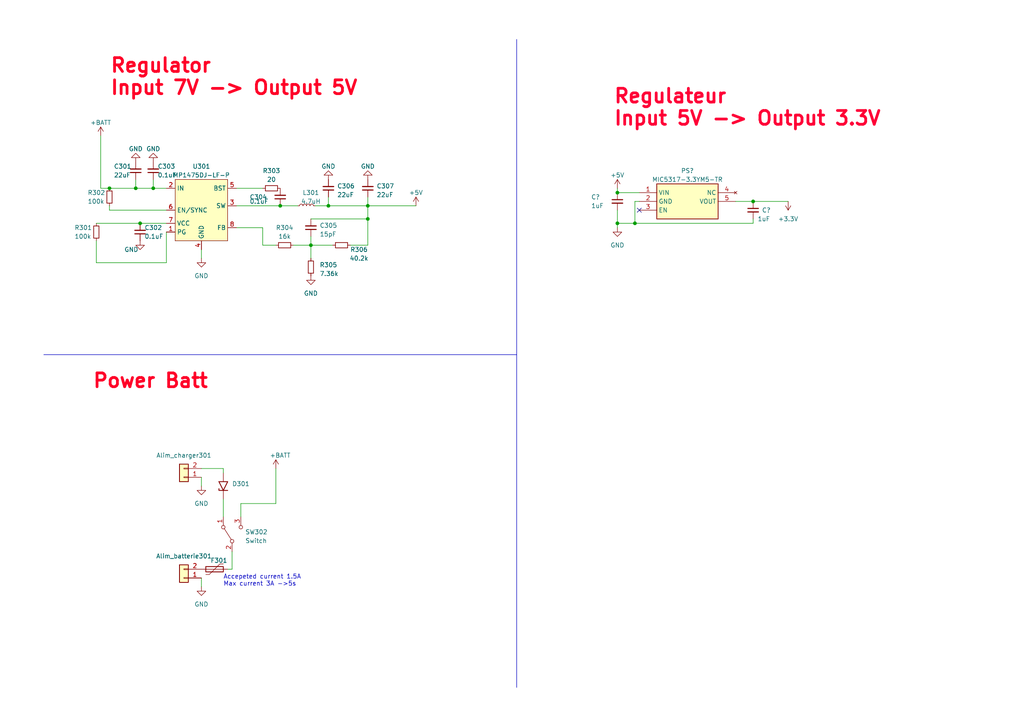
<source format=kicad_sch>
(kicad_sch (version 20230121) (generator eeschema)

  (uuid 79237d88-dc32-4501-8de9-db8429ff0930)

  (paper "A4")

  (title_block
    (title "Carte éléctronique Ludzinator")
    (date "2023-09-19")
    (rev "GILLES Baptiste")
  )

  (lib_symbols
    (symbol "Connector_Generic:Conn_01x02" (pin_names (offset 1.016) hide) (in_bom yes) (on_board yes)
      (property "Reference" "J" (at 0 2.54 0)
        (effects (font (size 1.27 1.27)))
      )
      (property "Value" "Conn_01x02" (at 0 -5.08 0)
        (effects (font (size 1.27 1.27)))
      )
      (property "Footprint" "" (at 0 0 0)
        (effects (font (size 1.27 1.27)) hide)
      )
      (property "Datasheet" "~" (at 0 0 0)
        (effects (font (size 1.27 1.27)) hide)
      )
      (property "ki_keywords" "connector" (at 0 0 0)
        (effects (font (size 1.27 1.27)) hide)
      )
      (property "ki_description" "Generic connector, single row, 01x02, script generated (kicad-library-utils/schlib/autogen/connector/)" (at 0 0 0)
        (effects (font (size 1.27 1.27)) hide)
      )
      (property "ki_fp_filters" "Connector*:*_1x??_*" (at 0 0 0)
        (effects (font (size 1.27 1.27)) hide)
      )
      (symbol "Conn_01x02_1_1"
        (rectangle (start -1.27 -2.413) (end 0 -2.667)
          (stroke (width 0.1524) (type default))
          (fill (type none))
        )
        (rectangle (start -1.27 0.127) (end 0 -0.127)
          (stroke (width 0.1524) (type default))
          (fill (type none))
        )
        (rectangle (start -1.27 1.27) (end 1.27 -3.81)
          (stroke (width 0.254) (type default))
          (fill (type background))
        )
        (pin passive line (at -5.08 0 0) (length 3.81)
          (name "Pin_1" (effects (font (size 1.27 1.27))))
          (number "1" (effects (font (size 1.27 1.27))))
        )
        (pin passive line (at -5.08 -2.54 0) (length 3.81)
          (name "Pin_2" (effects (font (size 1.27 1.27))))
          (number "2" (effects (font (size 1.27 1.27))))
        )
      )
    )
    (symbol "Device:C_Small" (pin_numbers hide) (pin_names (offset 0.254) hide) (in_bom yes) (on_board yes)
      (property "Reference" "C" (at 0.254 1.778 0)
        (effects (font (size 1.27 1.27)) (justify left))
      )
      (property "Value" "C_Small" (at 0.254 -2.032 0)
        (effects (font (size 1.27 1.27)) (justify left))
      )
      (property "Footprint" "" (at 0 0 0)
        (effects (font (size 1.27 1.27)) hide)
      )
      (property "Datasheet" "~" (at 0 0 0)
        (effects (font (size 1.27 1.27)) hide)
      )
      (property "ki_keywords" "capacitor cap" (at 0 0 0)
        (effects (font (size 1.27 1.27)) hide)
      )
      (property "ki_description" "Unpolarized capacitor, small symbol" (at 0 0 0)
        (effects (font (size 1.27 1.27)) hide)
      )
      (property "ki_fp_filters" "C_*" (at 0 0 0)
        (effects (font (size 1.27 1.27)) hide)
      )
      (symbol "C_Small_0_1"
        (polyline
          (pts
            (xy -1.524 -0.508)
            (xy 1.524 -0.508)
          )
          (stroke (width 0.3302) (type default))
          (fill (type none))
        )
        (polyline
          (pts
            (xy -1.524 0.508)
            (xy 1.524 0.508)
          )
          (stroke (width 0.3048) (type default))
          (fill (type none))
        )
      )
      (symbol "C_Small_1_1"
        (pin passive line (at 0 2.54 270) (length 2.032)
          (name "~" (effects (font (size 1.27 1.27))))
          (number "1" (effects (font (size 1.27 1.27))))
        )
        (pin passive line (at 0 -2.54 90) (length 2.032)
          (name "~" (effects (font (size 1.27 1.27))))
          (number "2" (effects (font (size 1.27 1.27))))
        )
      )
    )
    (symbol "Device:L_Small" (pin_numbers hide) (pin_names (offset 0.254) hide) (in_bom yes) (on_board yes)
      (property "Reference" "L" (at 0.762 1.016 0)
        (effects (font (size 1.27 1.27)) (justify left))
      )
      (property "Value" "L_Small" (at 0.762 -1.016 0)
        (effects (font (size 1.27 1.27)) (justify left))
      )
      (property "Footprint" "" (at 0 0 0)
        (effects (font (size 1.27 1.27)) hide)
      )
      (property "Datasheet" "~" (at 0 0 0)
        (effects (font (size 1.27 1.27)) hide)
      )
      (property "ki_keywords" "inductor choke coil reactor magnetic" (at 0 0 0)
        (effects (font (size 1.27 1.27)) hide)
      )
      (property "ki_description" "Inductor, small symbol" (at 0 0 0)
        (effects (font (size 1.27 1.27)) hide)
      )
      (property "ki_fp_filters" "Choke_* *Coil* Inductor_* L_*" (at 0 0 0)
        (effects (font (size 1.27 1.27)) hide)
      )
      (symbol "L_Small_0_1"
        (arc (start 0 -2.032) (mid 0.5058 -1.524) (end 0 -1.016)
          (stroke (width 0) (type default))
          (fill (type none))
        )
        (arc (start 0 -1.016) (mid 0.5058 -0.508) (end 0 0)
          (stroke (width 0) (type default))
          (fill (type none))
        )
        (arc (start 0 0) (mid 0.5058 0.508) (end 0 1.016)
          (stroke (width 0) (type default))
          (fill (type none))
        )
        (arc (start 0 1.016) (mid 0.5058 1.524) (end 0 2.032)
          (stroke (width 0) (type default))
          (fill (type none))
        )
      )
      (symbol "L_Small_1_1"
        (pin passive line (at 0 2.54 270) (length 0.508)
          (name "~" (effects (font (size 1.27 1.27))))
          (number "1" (effects (font (size 1.27 1.27))))
        )
        (pin passive line (at 0 -2.54 90) (length 0.508)
          (name "~" (effects (font (size 1.27 1.27))))
          (number "2" (effects (font (size 1.27 1.27))))
        )
      )
    )
    (symbol "Device:Polyfuse" (pin_numbers hide) (pin_names (offset 0)) (in_bom yes) (on_board yes)
      (property "Reference" "F" (at -2.54 0 90)
        (effects (font (size 1.27 1.27)))
      )
      (property "Value" "Polyfuse" (at 2.54 0 90)
        (effects (font (size 1.27 1.27)))
      )
      (property "Footprint" "" (at 1.27 -5.08 0)
        (effects (font (size 1.27 1.27)) (justify left) hide)
      )
      (property "Datasheet" "~" (at 0 0 0)
        (effects (font (size 1.27 1.27)) hide)
      )
      (property "ki_keywords" "resettable fuse PTC PPTC polyfuse polyswitch" (at 0 0 0)
        (effects (font (size 1.27 1.27)) hide)
      )
      (property "ki_description" "Resettable fuse, polymeric positive temperature coefficient" (at 0 0 0)
        (effects (font (size 1.27 1.27)) hide)
      )
      (property "ki_fp_filters" "*polyfuse* *PTC*" (at 0 0 0)
        (effects (font (size 1.27 1.27)) hide)
      )
      (symbol "Polyfuse_0_1"
        (rectangle (start -0.762 2.54) (end 0.762 -2.54)
          (stroke (width 0.254) (type default))
          (fill (type none))
        )
        (polyline
          (pts
            (xy 0 2.54)
            (xy 0 -2.54)
          )
          (stroke (width 0) (type default))
          (fill (type none))
        )
        (polyline
          (pts
            (xy -1.524 2.54)
            (xy -1.524 1.524)
            (xy 1.524 -1.524)
            (xy 1.524 -2.54)
          )
          (stroke (width 0) (type default))
          (fill (type none))
        )
      )
      (symbol "Polyfuse_1_1"
        (pin passive line (at 0 3.81 270) (length 1.27)
          (name "~" (effects (font (size 1.27 1.27))))
          (number "1" (effects (font (size 1.27 1.27))))
        )
        (pin passive line (at 0 -3.81 90) (length 1.27)
          (name "~" (effects (font (size 1.27 1.27))))
          (number "2" (effects (font (size 1.27 1.27))))
        )
      )
    )
    (symbol "Device:R_Small" (pin_numbers hide) (pin_names (offset 0.254) hide) (in_bom yes) (on_board yes)
      (property "Reference" "R" (at 0.762 0.508 0)
        (effects (font (size 1.27 1.27)) (justify left))
      )
      (property "Value" "R_Small" (at 0.762 -1.016 0)
        (effects (font (size 1.27 1.27)) (justify left))
      )
      (property "Footprint" "" (at 0 0 0)
        (effects (font (size 1.27 1.27)) hide)
      )
      (property "Datasheet" "~" (at 0 0 0)
        (effects (font (size 1.27 1.27)) hide)
      )
      (property "ki_keywords" "R resistor" (at 0 0 0)
        (effects (font (size 1.27 1.27)) hide)
      )
      (property "ki_description" "Resistor, small symbol" (at 0 0 0)
        (effects (font (size 1.27 1.27)) hide)
      )
      (property "ki_fp_filters" "R_*" (at 0 0 0)
        (effects (font (size 1.27 1.27)) hide)
      )
      (symbol "R_Small_0_1"
        (rectangle (start -0.762 1.778) (end 0.762 -1.778)
          (stroke (width 0.2032) (type default))
          (fill (type none))
        )
      )
      (symbol "R_Small_1_1"
        (pin passive line (at 0 2.54 270) (length 0.762)
          (name "~" (effects (font (size 1.27 1.27))))
          (number "1" (effects (font (size 1.27 1.27))))
        )
        (pin passive line (at 0 -2.54 90) (length 0.762)
          (name "~" (effects (font (size 1.27 1.27))))
          (number "2" (effects (font (size 1.27 1.27))))
        )
      )
    )
    (symbol "Diode:1.5KExxA" (pin_numbers hide) (pin_names (offset 1.016) hide) (in_bom yes) (on_board yes)
      (property "Reference" "D" (at 0 2.54 0)
        (effects (font (size 1.27 1.27)))
      )
      (property "Value" "1.5KExxA" (at 0 -2.54 0)
        (effects (font (size 1.27 1.27)))
      )
      (property "Footprint" "Diode_THT:D_DO-201AE_P15.24mm_Horizontal" (at 0 -5.08 0)
        (effects (font (size 1.27 1.27)) hide)
      )
      (property "Datasheet" "https://www.vishay.com/docs/88301/15ke.pdf" (at -1.27 0 0)
        (effects (font (size 1.27 1.27)) hide)
      )
      (property "ki_keywords" "diode TVS voltage suppressor" (at 0 0 0)
        (effects (font (size 1.27 1.27)) hide)
      )
      (property "ki_description" "1500W unidirectional TRANSZORB® Transient Voltage Suppressor, DO-201AE" (at 0 0 0)
        (effects (font (size 1.27 1.27)) hide)
      )
      (property "ki_fp_filters" "D?DO?201AE*" (at 0 0 0)
        (effects (font (size 1.27 1.27)) hide)
      )
      (symbol "1.5KExxA_0_1"
        (polyline
          (pts
            (xy -0.762 1.27)
            (xy -1.27 1.27)
            (xy -1.27 -1.27)
          )
          (stroke (width 0.254) (type default))
          (fill (type none))
        )
        (polyline
          (pts
            (xy 1.27 1.27)
            (xy 1.27 -1.27)
            (xy -1.27 0)
            (xy 1.27 1.27)
          )
          (stroke (width 0.254) (type default))
          (fill (type none))
        )
      )
      (symbol "1.5KExxA_1_1"
        (pin passive line (at -3.81 0 0) (length 2.54)
          (name "A1" (effects (font (size 1.27 1.27))))
          (number "1" (effects (font (size 1.27 1.27))))
        )
        (pin passive line (at 3.81 0 180) (length 2.54)
          (name "A2" (effects (font (size 1.27 1.27))))
          (number "2" (effects (font (size 1.27 1.27))))
        )
      )
    )
    (symbol "Ludzlib:MIC5317-3.3YM5-TR" (in_bom yes) (on_board yes)
      (property "Reference" "PS" (at 24.13 7.62 0)
        (effects (font (size 1.27 1.27)) (justify left top))
      )
      (property "Value" "MIC5317-3.3YM5-TR" (at 24.13 5.08 0)
        (effects (font (size 1.27 1.27)) (justify left top))
      )
      (property "Footprint" "SOT95P280X145-5N" (at 24.13 -94.92 0)
        (effects (font (size 1.27 1.27)) (justify left top) hide)
      )
      (property "Datasheet" "http://ww1.microchip.com/downloads/en/devicedoc/mic5317.pdf" (at 24.13 -194.92 0)
        (effects (font (size 1.27 1.27)) (justify left top) hide)
      )
      (property "Height" "1.45" (at 24.13 -394.92 0)
        (effects (font (size 1.27 1.27)) (justify left top) hide)
      )
      (property "Mouser Part Number" "998-MIC5317-3.3YM5TR" (at 24.13 -494.92 0)
        (effects (font (size 1.27 1.27)) (justify left top) hide)
      )
      (property "Mouser Price/Stock" "https://www.mouser.co.uk/ProductDetail/Microchip-Technology/MIC5317-3.3YM5-TR?qs=U6T8BxXiZAUR0BSg3XdMLw%3D%3D" (at 24.13 -594.92 0)
        (effects (font (size 1.27 1.27)) (justify left top) hide)
      )
      (property "Manufacturer_Name" "Microchip" (at 24.13 -694.92 0)
        (effects (font (size 1.27 1.27)) (justify left top) hide)
      )
      (property "Manufacturer_Part_Number" "MIC5317-3.3YM5-TR" (at 24.13 -794.92 0)
        (effects (font (size 1.27 1.27)) (justify left top) hide)
      )
      (property "ki_description" "MICROCHIP - MIC5317-3.3YM5-TR - LDO, FIXED, 3.3V, 0.15A, -40 TO 125DEG C" (at 0 0 0)
        (effects (font (size 1.27 1.27)) hide)
      )
      (symbol "MIC5317-3.3YM5-TR_1_1"
        (rectangle (start 5.08 2.54) (end 22.86 -7.62)
          (stroke (width 0.254) (type default))
          (fill (type background))
        )
        (pin passive line (at 0 0 0) (length 5.08)
          (name "VIN" (effects (font (size 1.27 1.27))))
          (number "1" (effects (font (size 1.27 1.27))))
        )
        (pin passive line (at 0 -2.54 0) (length 5.08)
          (name "GND" (effects (font (size 1.27 1.27))))
          (number "2" (effects (font (size 1.27 1.27))))
        )
        (pin passive line (at 0 -5.08 0) (length 5.08)
          (name "EN" (effects (font (size 1.27 1.27))))
          (number "3" (effects (font (size 1.27 1.27))))
        )
        (pin no_connect line (at 27.94 0 180) (length 5.08)
          (name "NC" (effects (font (size 1.27 1.27))))
          (number "4" (effects (font (size 1.27 1.27))))
        )
        (pin passive line (at 27.94 -2.54 180) (length 5.08)
          (name "VOUT" (effects (font (size 1.27 1.27))))
          (number "5" (effects (font (size 1.27 1.27))))
        )
      )
    )
    (symbol "Ludzlib:MP1475" (in_bom yes) (on_board yes)
      (property "Reference" "U" (at 5.08 3.81 0)
        (effects (font (size 1.27 1.27)))
      )
      (property "Value" "MP1475DJ-LF-P" (at 12.7 1.27 0)
        (effects (font (size 1.27 1.27)))
      )
      (property "Footprint" "" (at 0 0 0)
        (effects (font (size 1.27 1.27)) hide)
      )
      (property "Datasheet" "" (at 0 0 0)
        (effects (font (size 1.27 1.27)) hide)
      )
      (symbol "MP1475_0_1"
        (rectangle (start -1.27 0) (end 13.97 -17.78)
          (stroke (width 0) (type default))
          (fill (type background))
        )
      )
      (symbol "MP1475_1_1"
        (pin bidirectional line (at -3.81 -15.24 0) (length 2.54)
          (name "PG" (effects (font (size 1.27 1.27))))
          (number "1" (effects (font (size 1.27 1.27))))
        )
        (pin power_in line (at -3.81 -2.54 0) (length 2.54)
          (name "IN" (effects (font (size 1.27 1.27))))
          (number "2" (effects (font (size 1.27 1.27))))
        )
        (pin bidirectional line (at 16.51 -7.62 180) (length 2.54)
          (name "SW" (effects (font (size 1.27 1.27))))
          (number "3" (effects (font (size 1.27 1.27))))
        )
        (pin bidirectional line (at 6.35 -20.32 90) (length 2.54)
          (name "GND" (effects (font (size 1.27 1.27))))
          (number "4" (effects (font (size 1.27 1.27))))
        )
        (pin bidirectional line (at 16.51 -2.54 180) (length 2.54)
          (name "BST" (effects (font (size 1.27 1.27))))
          (number "5" (effects (font (size 1.27 1.27))))
        )
        (pin bidirectional line (at -3.81 -8.89 0) (length 2.54)
          (name "EN/SYNC" (effects (font (size 1.27 1.27))))
          (number "6" (effects (font (size 1.27 1.27))))
        )
        (pin bidirectional line (at -3.81 -12.7 0) (length 2.54)
          (name "VCC" (effects (font (size 1.27 1.27))))
          (number "7" (effects (font (size 1.27 1.27))))
        )
        (pin bidirectional line (at 16.51 -13.97 180) (length 2.54)
          (name "FB" (effects (font (size 1.27 1.27))))
          (number "8" (effects (font (size 1.27 1.27))))
        )
      )
    )
    (symbol "Switch:SW_SPDT" (pin_names (offset 0) hide) (in_bom yes) (on_board yes)
      (property "Reference" "SW" (at 0 4.318 0)
        (effects (font (size 1.27 1.27)))
      )
      (property "Value" "SW_SPDT" (at 0 -5.08 0)
        (effects (font (size 1.27 1.27)))
      )
      (property "Footprint" "" (at 0 0 0)
        (effects (font (size 1.27 1.27)) hide)
      )
      (property "Datasheet" "~" (at 0 0 0)
        (effects (font (size 1.27 1.27)) hide)
      )
      (property "ki_keywords" "switch single-pole double-throw spdt ON-ON" (at 0 0 0)
        (effects (font (size 1.27 1.27)) hide)
      )
      (property "ki_description" "Switch, single pole double throw" (at 0 0 0)
        (effects (font (size 1.27 1.27)) hide)
      )
      (symbol "SW_SPDT_0_0"
        (circle (center -2.032 0) (radius 0.508)
          (stroke (width 0) (type default))
          (fill (type none))
        )
        (circle (center 2.032 -2.54) (radius 0.508)
          (stroke (width 0) (type default))
          (fill (type none))
        )
      )
      (symbol "SW_SPDT_0_1"
        (polyline
          (pts
            (xy -1.524 0.254)
            (xy 1.651 2.286)
          )
          (stroke (width 0) (type default))
          (fill (type none))
        )
        (circle (center 2.032 2.54) (radius 0.508)
          (stroke (width 0) (type default))
          (fill (type none))
        )
      )
      (symbol "SW_SPDT_1_1"
        (pin passive line (at 5.08 2.54 180) (length 2.54)
          (name "A" (effects (font (size 1.27 1.27))))
          (number "1" (effects (font (size 1.27 1.27))))
        )
        (pin passive line (at -5.08 0 0) (length 2.54)
          (name "B" (effects (font (size 1.27 1.27))))
          (number "2" (effects (font (size 1.27 1.27))))
        )
        (pin passive line (at 5.08 -2.54 180) (length 2.54)
          (name "C" (effects (font (size 1.27 1.27))))
          (number "3" (effects (font (size 1.27 1.27))))
        )
      )
    )
    (symbol "power:+3.3V" (power) (pin_names (offset 0)) (in_bom yes) (on_board yes)
      (property "Reference" "#PWR" (at 0 -3.81 0)
        (effects (font (size 1.27 1.27)) hide)
      )
      (property "Value" "+3.3V" (at 0 3.556 0)
        (effects (font (size 1.27 1.27)))
      )
      (property "Footprint" "" (at 0 0 0)
        (effects (font (size 1.27 1.27)) hide)
      )
      (property "Datasheet" "" (at 0 0 0)
        (effects (font (size 1.27 1.27)) hide)
      )
      (property "ki_keywords" "global power" (at 0 0 0)
        (effects (font (size 1.27 1.27)) hide)
      )
      (property "ki_description" "Power symbol creates a global label with name \"+3.3V\"" (at 0 0 0)
        (effects (font (size 1.27 1.27)) hide)
      )
      (symbol "+3.3V_0_1"
        (polyline
          (pts
            (xy -0.762 1.27)
            (xy 0 2.54)
          )
          (stroke (width 0) (type default))
          (fill (type none))
        )
        (polyline
          (pts
            (xy 0 0)
            (xy 0 2.54)
          )
          (stroke (width 0) (type default))
          (fill (type none))
        )
        (polyline
          (pts
            (xy 0 2.54)
            (xy 0.762 1.27)
          )
          (stroke (width 0) (type default))
          (fill (type none))
        )
      )
      (symbol "+3.3V_1_1"
        (pin power_in line (at 0 0 90) (length 0) hide
          (name "+3.3V" (effects (font (size 1.27 1.27))))
          (number "1" (effects (font (size 1.27 1.27))))
        )
      )
    )
    (symbol "power:+5V" (power) (pin_names (offset 0)) (in_bom yes) (on_board yes)
      (property "Reference" "#PWR" (at 0 -3.81 0)
        (effects (font (size 1.27 1.27)) hide)
      )
      (property "Value" "+5V" (at 0 3.556 0)
        (effects (font (size 1.27 1.27)))
      )
      (property "Footprint" "" (at 0 0 0)
        (effects (font (size 1.27 1.27)) hide)
      )
      (property "Datasheet" "" (at 0 0 0)
        (effects (font (size 1.27 1.27)) hide)
      )
      (property "ki_keywords" "global power" (at 0 0 0)
        (effects (font (size 1.27 1.27)) hide)
      )
      (property "ki_description" "Power symbol creates a global label with name \"+5V\"" (at 0 0 0)
        (effects (font (size 1.27 1.27)) hide)
      )
      (symbol "+5V_0_1"
        (polyline
          (pts
            (xy -0.762 1.27)
            (xy 0 2.54)
          )
          (stroke (width 0) (type default))
          (fill (type none))
        )
        (polyline
          (pts
            (xy 0 0)
            (xy 0 2.54)
          )
          (stroke (width 0) (type default))
          (fill (type none))
        )
        (polyline
          (pts
            (xy 0 2.54)
            (xy 0.762 1.27)
          )
          (stroke (width 0) (type default))
          (fill (type none))
        )
      )
      (symbol "+5V_1_1"
        (pin power_in line (at 0 0 90) (length 0) hide
          (name "+5V" (effects (font (size 1.27 1.27))))
          (number "1" (effects (font (size 1.27 1.27))))
        )
      )
    )
    (symbol "power:+BATT" (power) (pin_names (offset 0)) (in_bom yes) (on_board yes)
      (property "Reference" "#PWR" (at 0 -3.81 0)
        (effects (font (size 1.27 1.27)) hide)
      )
      (property "Value" "+BATT" (at 0 3.556 0)
        (effects (font (size 1.27 1.27)))
      )
      (property "Footprint" "" (at 0 0 0)
        (effects (font (size 1.27 1.27)) hide)
      )
      (property "Datasheet" "" (at 0 0 0)
        (effects (font (size 1.27 1.27)) hide)
      )
      (property "ki_keywords" "global power battery" (at 0 0 0)
        (effects (font (size 1.27 1.27)) hide)
      )
      (property "ki_description" "Power symbol creates a global label with name \"+BATT\"" (at 0 0 0)
        (effects (font (size 1.27 1.27)) hide)
      )
      (symbol "+BATT_0_1"
        (polyline
          (pts
            (xy -0.762 1.27)
            (xy 0 2.54)
          )
          (stroke (width 0) (type default))
          (fill (type none))
        )
        (polyline
          (pts
            (xy 0 0)
            (xy 0 2.54)
          )
          (stroke (width 0) (type default))
          (fill (type none))
        )
        (polyline
          (pts
            (xy 0 2.54)
            (xy 0.762 1.27)
          )
          (stroke (width 0) (type default))
          (fill (type none))
        )
      )
      (symbol "+BATT_1_1"
        (pin power_in line (at 0 0 90) (length 0) hide
          (name "+BATT" (effects (font (size 1.27 1.27))))
          (number "1" (effects (font (size 1.27 1.27))))
        )
      )
    )
    (symbol "power:GND" (power) (pin_names (offset 0)) (in_bom yes) (on_board yes)
      (property "Reference" "#PWR" (at 0 -6.35 0)
        (effects (font (size 1.27 1.27)) hide)
      )
      (property "Value" "GND" (at 0 -3.81 0)
        (effects (font (size 1.27 1.27)))
      )
      (property "Footprint" "" (at 0 0 0)
        (effects (font (size 1.27 1.27)) hide)
      )
      (property "Datasheet" "" (at 0 0 0)
        (effects (font (size 1.27 1.27)) hide)
      )
      (property "ki_keywords" "global power" (at 0 0 0)
        (effects (font (size 1.27 1.27)) hide)
      )
      (property "ki_description" "Power symbol creates a global label with name \"GND\" , ground" (at 0 0 0)
        (effects (font (size 1.27 1.27)) hide)
      )
      (symbol "GND_0_1"
        (polyline
          (pts
            (xy 0 0)
            (xy 0 -1.27)
            (xy 1.27 -1.27)
            (xy 0 -2.54)
            (xy -1.27 -1.27)
            (xy 0 -1.27)
          )
          (stroke (width 0) (type default))
          (fill (type none))
        )
      )
      (symbol "GND_1_1"
        (pin power_in line (at 0 0 270) (length 0) hide
          (name "GND" (effects (font (size 1.27 1.27))))
          (number "1" (effects (font (size 1.27 1.27))))
        )
      )
    )
  )

  (junction (at 95.25 59.69) (diameter 0) (color 0 0 0 0)
    (uuid 056fde61-7cb9-48e4-86c8-912c44cdc8d6)
  )
  (junction (at 44.45 54.61) (diameter 0) (color 0 0 0 0)
    (uuid 06e6ebf3-3827-4cd7-8dd6-2f30c8908f56)
  )
  (junction (at 81.28 59.69) (diameter 0) (color 0 0 0 0)
    (uuid 1cff615a-3e43-4a11-8a9b-ec0d39cd94d6)
  )
  (junction (at 106.68 63.5) (diameter 0) (color 0 0 0 0)
    (uuid 22555b5e-8352-4e78-804b-f477a2ef501a)
  )
  (junction (at 39.37 54.61) (diameter 0) (color 0 0 0 0)
    (uuid 355a8da9-b0f1-44bc-8774-da4f530a9322)
  )
  (junction (at 179.07 55.88) (diameter 0) (color 0 0 0 0)
    (uuid 3ce37845-a596-43bb-bfdf-830dfc0e6b1f)
  )
  (junction (at 40.64 64.77) (diameter 0) (color 0 0 0 0)
    (uuid 48bab13b-d799-429d-9275-888dbcd91b2a)
  )
  (junction (at 31.75 54.61) (diameter 0) (color 0 0 0 0)
    (uuid 5cf41d97-eee6-4f84-83a1-98cadf4676fb)
  )
  (junction (at 179.07 64.77) (diameter 0) (color 0 0 0 0)
    (uuid 6265cf4a-6dcd-4a14-b8a5-5024ef8cd02f)
  )
  (junction (at 184.15 64.77) (diameter 0) (color 0 0 0 0)
    (uuid 8faafe9d-dcee-43c2-bc07-5262519579e9)
  )
  (junction (at 90.17 71.12) (diameter 0) (color 0 0 0 0)
    (uuid a2c88041-7e17-4f5b-bec6-9d166e7ec1e2)
  )
  (junction (at 218.44 58.42) (diameter 0) (color 0 0 0 0)
    (uuid c556acf5-320e-413a-a0db-66c091488fc1)
  )
  (junction (at 106.68 59.69) (diameter 0) (color 0 0 0 0)
    (uuid f4a947a4-92e4-4496-9c0c-e508d1e69960)
  )

  (no_connect (at 185.42 60.96) (uuid 009782a7-537a-4828-9d66-9d6e989b71bc))

  (wire (pts (xy 218.44 63.5) (xy 218.44 64.77))
    (stroke (width 0) (type default))
    (uuid 02a2abaa-a736-4289-8a87-aa3d6524edc1)
  )
  (wire (pts (xy 90.17 63.5) (xy 106.68 63.5))
    (stroke (width 0) (type default))
    (uuid 066363f7-a2ff-454f-95ea-1b9e48535aee)
  )
  (wire (pts (xy 76.2 71.12) (xy 80.01 71.12))
    (stroke (width 0) (type default))
    (uuid 10034d32-8eed-462a-b6ac-c4b8095a00dd)
  )
  (wire (pts (xy 68.58 59.69) (xy 81.28 59.69))
    (stroke (width 0) (type default))
    (uuid 17afe190-594b-4046-a3a8-1e22debc8924)
  )
  (wire (pts (xy 81.28 59.69) (xy 86.36 59.69))
    (stroke (width 0) (type default))
    (uuid 17d063f4-6cd0-4d2c-a293-b8a91116eeeb)
  )
  (wire (pts (xy 40.64 64.77) (xy 48.26 64.77))
    (stroke (width 0) (type default))
    (uuid 17d0a323-e1c6-4d29-8fa3-90f8f9c8a689)
  )
  (wire (pts (xy 95.25 59.69) (xy 95.25 57.15))
    (stroke (width 0) (type default))
    (uuid 18261768-8d0d-40cd-9a47-a4ff39c9b4c8)
  )
  (wire (pts (xy 68.58 66.04) (xy 76.2 66.04))
    (stroke (width 0) (type default))
    (uuid 1b3157b1-49d2-4b1f-ae65-f1baede023d1)
  )
  (wire (pts (xy 179.07 60.96) (xy 179.07 64.77))
    (stroke (width 0) (type default))
    (uuid 1f440135-3a58-4796-a581-02ae4628019e)
  )
  (wire (pts (xy 90.17 71.12) (xy 90.17 74.93))
    (stroke (width 0) (type default))
    (uuid 23e189d3-c8c4-431c-9fe0-92396d338ea4)
  )
  (wire (pts (xy 218.44 58.42) (xy 228.6 58.42))
    (stroke (width 0) (type default))
    (uuid 33de2e9d-a9e9-4d4e-b566-75dee8660653)
  )
  (wire (pts (xy 179.07 64.77) (xy 179.07 66.04))
    (stroke (width 0) (type default))
    (uuid 42431173-fd56-45c9-adb6-e28023d33138)
  )
  (wire (pts (xy 91.44 59.69) (xy 95.25 59.69))
    (stroke (width 0) (type default))
    (uuid 4335598f-080e-40bd-b634-3742bc0f9c8f)
  )
  (wire (pts (xy 106.68 71.12) (xy 106.68 63.5))
    (stroke (width 0) (type default))
    (uuid 43dd5122-e574-49e0-b015-bb79db800ff6)
  )
  (wire (pts (xy 179.07 54.61) (xy 179.07 55.88))
    (stroke (width 0) (type default))
    (uuid 46097774-71ca-4b31-902f-41d546bfaf06)
  )
  (wire (pts (xy 44.45 54.61) (xy 48.26 54.61))
    (stroke (width 0) (type default))
    (uuid 483a9806-70aa-4488-bc5d-3e10f3e91357)
  )
  (wire (pts (xy 27.94 69.85) (xy 27.94 76.2))
    (stroke (width 0) (type default))
    (uuid 48872bab-a2c8-4166-891e-3bd3644b506a)
  )
  (wire (pts (xy 185.42 55.88) (xy 179.07 55.88))
    (stroke (width 0) (type default))
    (uuid 54af4656-f26c-4933-b769-ba0a1de89bc9)
  )
  (wire (pts (xy 106.68 59.69) (xy 95.25 59.69))
    (stroke (width 0) (type default))
    (uuid 553e5439-d805-4818-a70a-7b2f8c5b9280)
  )
  (wire (pts (xy 101.6 71.12) (xy 106.68 71.12))
    (stroke (width 0) (type default))
    (uuid 58e690c6-8724-495a-84b9-71c07da0223e)
  )
  (wire (pts (xy 80.01 135.89) (xy 80.01 146.05))
    (stroke (width 0) (type default))
    (uuid 5afc8de7-9e3a-4ee5-a3d2-9d84f68e4a52)
  )
  (wire (pts (xy 39.37 52.07) (xy 39.37 54.61))
    (stroke (width 0) (type default))
    (uuid 5b10e71a-96d9-4437-99c7-c571b27ec558)
  )
  (wire (pts (xy 39.37 54.61) (xy 44.45 54.61))
    (stroke (width 0) (type default))
    (uuid 5ca4f9eb-cdc7-4071-8670-fb04a1ce5a66)
  )
  (wire (pts (xy 90.17 71.12) (xy 96.52 71.12))
    (stroke (width 0) (type default))
    (uuid 69ee1c04-487c-41c9-b545-96f4b591384f)
  )
  (wire (pts (xy 106.68 63.5) (xy 106.68 59.69))
    (stroke (width 0) (type default))
    (uuid 69fb2a2d-470f-44cc-9940-7f2fe3cacf5a)
  )
  (polyline (pts (xy 149.86 11.43) (xy 149.86 102.87))
    (stroke (width 0) (type default))
    (uuid 6aab082e-bb55-45b1-b7cf-3eec95bca265)
  )

  (wire (pts (xy 213.36 58.42) (xy 218.44 58.42))
    (stroke (width 0) (type default))
    (uuid 72edab94-0db2-48ac-9dd5-b372d1b77bb6)
  )
  (wire (pts (xy 64.77 149.86) (xy 64.77 144.78))
    (stroke (width 0) (type default))
    (uuid 75dca6d0-24e0-4ede-aaa0-918d77e3780b)
  )
  (wire (pts (xy 66.04 165.1) (xy 67.31 165.1))
    (stroke (width 0) (type default))
    (uuid 7eeffc2d-3c95-415e-86cc-a3dcbcb2cebc)
  )
  (wire (pts (xy 29.21 39.37) (xy 29.21 54.61))
    (stroke (width 0) (type default))
    (uuid 80d3bb26-35d1-4201-a2ac-221aa736cfcd)
  )
  (wire (pts (xy 44.45 52.07) (xy 44.45 54.61))
    (stroke (width 0) (type default))
    (uuid 84dde281-b373-4fa5-8d10-1e01f355a0f6)
  )
  (wire (pts (xy 58.42 138.43) (xy 58.42 140.97))
    (stroke (width 0) (type default))
    (uuid 90403511-8182-4413-a0b5-c55184593f48)
  )
  (wire (pts (xy 69.85 149.86) (xy 69.85 146.05))
    (stroke (width 0) (type default))
    (uuid 91fd94cd-f3cb-40b7-8a38-7bf8b6bf9cd7)
  )
  (wire (pts (xy 31.75 59.69) (xy 31.75 60.96))
    (stroke (width 0) (type default))
    (uuid 9597f427-199c-41f8-99a8-6ea789700eab)
  )
  (wire (pts (xy 31.75 60.96) (xy 48.26 60.96))
    (stroke (width 0) (type default))
    (uuid 9ee0632f-57d2-4155-a026-d8f1c40d6018)
  )
  (wire (pts (xy 27.94 64.77) (xy 40.64 64.77))
    (stroke (width 0) (type default))
    (uuid 9fa7e96d-5986-456e-813a-ae4dfea83048)
  )
  (wire (pts (xy 31.75 54.61) (xy 39.37 54.61))
    (stroke (width 0) (type default))
    (uuid a8c344b1-963c-4250-869c-1568cf3faf09)
  )
  (wire (pts (xy 184.15 58.42) (xy 184.15 64.77))
    (stroke (width 0) (type default))
    (uuid ae38edd6-7ed8-4745-ba51-827ddb55619b)
  )
  (polyline (pts (xy 149.86 102.87) (xy 149.86 199.39))
    (stroke (width 0) (type default))
    (uuid b42df981-fde3-4375-bed4-9398e4668c5d)
  )

  (wire (pts (xy 185.42 58.42) (xy 184.15 58.42))
    (stroke (width 0) (type default))
    (uuid b4a90cf6-cfbd-4ee9-aca4-701d1001aa69)
  )
  (wire (pts (xy 58.42 135.89) (xy 64.77 135.89))
    (stroke (width 0) (type default))
    (uuid ba8ba93b-20b8-4597-81c9-66409cb7e889)
  )
  (wire (pts (xy 85.09 71.12) (xy 90.17 71.12))
    (stroke (width 0) (type default))
    (uuid bb0234db-54cc-486a-842c-9fe01eecd8c2)
  )
  (wire (pts (xy 184.15 64.77) (xy 179.07 64.77))
    (stroke (width 0) (type default))
    (uuid c17e9650-e908-4d00-8bdf-65e13d8fa763)
  )
  (wire (pts (xy 27.94 76.2) (xy 48.26 76.2))
    (stroke (width 0) (type default))
    (uuid c2f199af-c21c-4793-b399-baecfed092dd)
  )
  (wire (pts (xy 184.15 64.77) (xy 218.44 64.77))
    (stroke (width 0) (type default))
    (uuid c54b0614-505c-4585-b2d4-b0f648faf0f2)
  )
  (wire (pts (xy 68.58 54.61) (xy 76.2 54.61))
    (stroke (width 0) (type default))
    (uuid c68ccf88-2615-4502-92b7-362512413afd)
  )
  (wire (pts (xy 76.2 66.04) (xy 76.2 71.12))
    (stroke (width 0) (type default))
    (uuid cb10650b-0be3-4af0-a375-8e027979c714)
  )
  (polyline (pts (xy 12.7 102.87) (xy 149.86 102.87))
    (stroke (width 0) (type default))
    (uuid d0a00348-cbf0-40e1-96b6-7c56c7931c5c)
  )

  (wire (pts (xy 69.85 146.05) (xy 80.01 146.05))
    (stroke (width 0) (type default))
    (uuid d8ab6d03-a026-4c93-af20-4a8179ea6200)
  )
  (wire (pts (xy 64.77 135.89) (xy 64.77 137.16))
    (stroke (width 0) (type default))
    (uuid dcb131da-8255-4341-9ca1-8af699612e7a)
  )
  (wire (pts (xy 90.17 68.58) (xy 90.17 71.12))
    (stroke (width 0) (type default))
    (uuid e1abcf53-8e6e-402c-b5d2-f6d9f4a996d7)
  )
  (wire (pts (xy 106.68 57.15) (xy 106.68 59.69))
    (stroke (width 0) (type default))
    (uuid e222a005-bbbf-47e1-8d7e-698bcfef08ce)
  )
  (wire (pts (xy 58.42 72.39) (xy 58.42 74.93))
    (stroke (width 0) (type default))
    (uuid e7f5e7e1-ba2c-413d-a2b4-c04ca4c07656)
  )
  (wire (pts (xy 106.68 59.69) (xy 120.65 59.69))
    (stroke (width 0) (type default))
    (uuid efe436e1-7bc4-4bbd-9237-5a525beb5191)
  )
  (wire (pts (xy 29.21 54.61) (xy 31.75 54.61))
    (stroke (width 0) (type default))
    (uuid f00a5c9a-9cab-444c-8880-73776b44e647)
  )
  (wire (pts (xy 67.31 160.02) (xy 67.31 165.1))
    (stroke (width 0) (type default))
    (uuid f3b5f151-c459-4fc9-ad3e-8447d5e47cd3)
  )
  (wire (pts (xy 48.26 67.31) (xy 48.26 76.2))
    (stroke (width 0) (type default))
    (uuid f598b922-d4d9-48dc-b4aa-86766fb32fd0)
  )
  (wire (pts (xy 58.42 167.64) (xy 58.42 170.18))
    (stroke (width 0) (type default))
    (uuid f9040eaa-253e-4565-8b76-942de3311ff3)
  )

  (text "Regulator \nInput 7V -> Output 5V" (at 31.75 27.94 0)
    (effects (font (size 4 4) (thickness 0.8) bold (color 255 0 34 1)) (justify left bottom))
    (uuid 57dc2bca-c729-4b0c-98cc-cdca2e551117)
  )
  (text "Power Batt\n\n" (at 26.67 119.38 0)
    (effects (font (size 4 4) (thickness 0.8) bold (color 255 0 34 1)) (justify left bottom))
    (uuid b208fe41-6b1d-4525-bac0-c08736de3a2c)
  )
  (text "Regulateur \nInput 5V -> Output 3.3V\n" (at 177.8 36.83 0)
    (effects (font (size 4 4) bold (color 255 0 48 1)) (justify left bottom))
    (uuid d808cce0-8b85-4b3c-a6b8-01dd8eafdb72)
  )
  (text "Accepeted current 1.5A \nMax current 3A ->5s" (at 64.77 170.18 0)
    (effects (font (size 1.27 1.27)) (justify left bottom))
    (uuid e9526f5f-98f9-406a-9620-22f6744cf58c)
  )

  (symbol (lib_id "power:GND") (at 58.42 170.18 0) (unit 1)
    (in_bom yes) (on_board yes) (dnp no) (fields_autoplaced)
    (uuid 06dc8a45-57a7-45c0-9e36-76a8f4830ec1)
    (property "Reference" "#PWR0307" (at 58.42 176.53 0)
      (effects (font (size 1.27 1.27)) hide)
    )
    (property "Value" "GND" (at 58.42 175.26 0)
      (effects (font (size 1.27 1.27)))
    )
    (property "Footprint" "" (at 58.42 170.18 0)
      (effects (font (size 1.27 1.27)) hide)
    )
    (property "Datasheet" "" (at 58.42 170.18 0)
      (effects (font (size 1.27 1.27)) hide)
    )
    (pin "1" (uuid 4edd2ad0-07f3-4d09-bf82-e15f6c9eb605))
    (instances
      (project "Kyttiludzinator"
        (path "/ae6948d5-1dc0-45d1-b607-44e44d4b2b44/a7615b68-eaec-40b2-84b5-a1a21f69b043"
          (reference "#PWR0307") (unit 1)
        )
      )
    )
  )

  (symbol (lib_id "Device:C_Small") (at 95.25 54.61 180) (unit 1)
    (in_bom yes) (on_board yes) (dnp no) (fields_autoplaced)
    (uuid 09e48191-3976-472f-8bd3-9e490b62c197)
    (property "Reference" "C306" (at 97.79 53.9686 0)
      (effects (font (size 1.27 1.27)) (justify right))
    )
    (property "Value" "22uF" (at 97.79 56.5086 0)
      (effects (font (size 1.27 1.27)) (justify right))
    )
    (property "Footprint" "Capacitor_SMD:C_0603_1608Metric_Pad1.08x0.95mm_HandSolder" (at 95.25 54.61 0)
      (effects (font (size 1.27 1.27)) hide)
    )
    (property "Datasheet" "~" (at 95.25 54.61 0)
      (effects (font (size 1.27 1.27)) hide)
    )
    (pin "1" (uuid 87ed5a67-a347-4d86-9b23-2087eecf8d21))
    (pin "2" (uuid d77e2565-acf3-47bb-bc44-58cc2b5df874))
    (instances
      (project "Kyttiludzinator"
        (path "/ae6948d5-1dc0-45d1-b607-44e44d4b2b44/a7615b68-eaec-40b2-84b5-a1a21f69b043"
          (reference "C306") (unit 1)
        )
      )
    )
  )

  (symbol (lib_id "power:GND") (at 106.68 52.07 180) (unit 1)
    (in_bom yes) (on_board yes) (dnp no) (fields_autoplaced)
    (uuid 0f02b862-3126-41be-8118-a50b08242e1a)
    (property "Reference" "#PWR0311" (at 106.68 45.72 0)
      (effects (font (size 1.27 1.27)) hide)
    )
    (property "Value" "GND" (at 106.68 48.26 0)
      (effects (font (size 1.27 1.27)))
    )
    (property "Footprint" "" (at 106.68 52.07 0)
      (effects (font (size 1.27 1.27)) hide)
    )
    (property "Datasheet" "" (at 106.68 52.07 0)
      (effects (font (size 1.27 1.27)) hide)
    )
    (pin "1" (uuid 749a40d9-963e-41aa-9e90-af84bc4683f5))
    (instances
      (project "Kyttiludzinator"
        (path "/ae6948d5-1dc0-45d1-b607-44e44d4b2b44/a7615b68-eaec-40b2-84b5-a1a21f69b043"
          (reference "#PWR0311") (unit 1)
        )
      )
    )
  )

  (symbol (lib_id "Device:Polyfuse") (at 62.23 165.1 90) (unit 1)
    (in_bom yes) (on_board yes) (dnp no)
    (uuid 0f53fcd9-2f0d-4907-a608-2d589629ddb4)
    (property "Reference" "F301" (at 63.5 162.56 90)
      (effects (font (size 1.27 1.27)))
    )
    (property "Value" "Polyfuse" (at 62.23 162.56 90)
      (effects (font (size 1.27 1.27)) hide)
    )
    (property "Footprint" "Fuse:Fuse_1206_3216Metric" (at 67.31 163.83 0)
      (effects (font (size 1.27 1.27)) (justify left) hide)
    )
    (property "Datasheet" "~https://www.mouser.fr/datasheet/2/54/bourns_01242019_MF-NSML-X_datasheet-1525501.pdf" (at 62.23 165.1 0)
      (effects (font (size 1.27 1.27)) hide)
    )
    (property "Height" "1206" (at 62.23 165.1 0)
      (effects (font (size 1.27 1.27)) hide)
    )
    (property "Manufacturer_Name" "Boums" (at 62.23 165.1 0)
      (effects (font (size 1.27 1.27)) hide)
    )
    (property "Mouser Part Number" " 652-MF-NSML150/12-2 " (at 62.23 165.1 0)
      (effects (font (size 1.27 1.27)) hide)
    )
    (property "Mouser Price/Stock" "https://www.mouser.fr/ProductDetail/Bourns/MF-NSML150-12-2?qs=u16ybLDytRbC4VJhanaq7A%3D%3D" (at 62.23 165.1 0)
      (effects (font (size 1.27 1.27)) hide)
    )
    (pin "1" (uuid ef9e8f3a-814c-4a72-8217-5c447b8f749b))
    (pin "2" (uuid 4b4b9bcd-f2e1-4547-80c9-f5ce2c54baa5))
    (instances
      (project "Kyttiludzinator"
        (path "/ae6948d5-1dc0-45d1-b607-44e44d4b2b44/a7615b68-eaec-40b2-84b5-a1a21f69b043"
          (reference "F301") (unit 1)
        )
      )
    )
  )

  (symbol (lib_id "Connector_Generic:Conn_01x02") (at 53.34 167.64 180) (unit 1)
    (in_bom yes) (on_board yes) (dnp no)
    (uuid 12a5c0e1-91a9-4bca-8dab-bbfff5ba39c7)
    (property "Reference" "Alim_batterie301" (at 53.34 161.29 0)
      (effects (font (size 1.27 1.27)))
    )
    (property "Value" "Conn_01x02" (at 53.34 162.56 0)
      (effects (font (size 1.27 1.27)) hide)
    )
    (property "Footprint" "Connector_JST:JST_XH_B2B-XH-A_1x02_P2.50mm_Vertical" (at 53.34 167.64 0)
      (effects (font (size 1.27 1.27)) hide)
    )
    (property "Datasheet" "~" (at 53.34 167.64 0)
      (effects (font (size 1.27 1.27)) hide)
    )
    (pin "1" (uuid fe921a1b-a6b6-4fbe-9464-44955cc2c9ce))
    (pin "2" (uuid 99701223-7c54-407c-bbff-b981145992e6))
    (instances
      (project "Kyttiludzinator"
        (path "/ae6948d5-1dc0-45d1-b607-44e44d4b2b44/a7615b68-eaec-40b2-84b5-a1a21f69b043"
          (reference "Alim_batterie301") (unit 1)
        )
      )
    )
  )

  (symbol (lib_id "Device:C_Small") (at 179.07 58.42 0) (unit 1)
    (in_bom yes) (on_board yes) (dnp no)
    (uuid 2a85447c-0221-4b4d-a5c8-4f8a2aa15a3e)
    (property "Reference" "C?" (at 171.45 57.15 0)
      (effects (font (size 1.27 1.27)) (justify left))
    )
    (property "Value" "1uF" (at 171.45 59.69 0)
      (effects (font (size 1.27 1.27)) (justify left))
    )
    (property "Footprint" "Capacitor_SMD:C_0603_1608Metric_Pad1.08x0.95mm_HandSolder" (at 179.07 58.42 0)
      (effects (font (size 1.27 1.27)) hide)
    )
    (property "Datasheet" "~" (at 179.07 58.42 0)
      (effects (font (size 1.27 1.27)) hide)
    )
    (pin "1" (uuid 6092f716-bd33-4863-8850-1fd8ddbae476))
    (pin "2" (uuid 790fb2ba-6a58-4815-84f2-eb25809467d6))
    (instances
      (project "Kyttiludzinator"
        (path "/ae6948d5-1dc0-45d1-b607-44e44d4b2b44/71528f02-33a0-49c9-abcb-9007a031c95a"
          (reference "C?") (unit 1)
        )
        (path "/ae6948d5-1dc0-45d1-b607-44e44d4b2b44/a7615b68-eaec-40b2-84b5-a1a21f69b043"
          (reference "C308") (unit 1)
        )
      )
    )
  )

  (symbol (lib_id "power:GND") (at 58.42 140.97 0) (unit 1)
    (in_bom yes) (on_board yes) (dnp no) (fields_autoplaced)
    (uuid 2d2140b0-6035-4906-a211-0ab3ebe59cf0)
    (property "Reference" "#PWR0306" (at 58.42 147.32 0)
      (effects (font (size 1.27 1.27)) hide)
    )
    (property "Value" "GND" (at 58.42 146.05 0)
      (effects (font (size 1.27 1.27)))
    )
    (property "Footprint" "" (at 58.42 140.97 0)
      (effects (font (size 1.27 1.27)) hide)
    )
    (property "Datasheet" "" (at 58.42 140.97 0)
      (effects (font (size 1.27 1.27)) hide)
    )
    (pin "1" (uuid cefc5280-1c61-4f4f-9552-729f0df5d356))
    (instances
      (project "Kyttiludzinator"
        (path "/ae6948d5-1dc0-45d1-b607-44e44d4b2b44/a7615b68-eaec-40b2-84b5-a1a21f69b043"
          (reference "#PWR0306") (unit 1)
        )
      )
    )
  )

  (symbol (lib_id "Switch:SW_SPDT") (at 67.31 154.94 90) (unit 1)
    (in_bom yes) (on_board yes) (dnp no) (fields_autoplaced)
    (uuid 3611dd19-5426-468f-9177-e30423a74214)
    (property "Reference" "SW302" (at 71.12 154.305 90)
      (effects (font (size 1.27 1.27)) (justify right))
    )
    (property "Value" "Switch" (at 71.12 156.845 90)
      (effects (font (size 1.27 1.27)) (justify right))
    )
    (property "Footprint" "Library:Switch-3" (at 67.31 154.94 0)
      (effects (font (size 1.27 1.27)) hide)
    )
    (property "Datasheet" "https://www.we-online.com/en/components/products/WS-TOTV_635_CUT_OUT_VERT_OPERATION?sq=472123010111#472123010111" (at 67.31 154.94 0)
      (effects (font (size 1.27 1.27)) hide)
    )
    (property "Manufacturer_Name" "Wurth" (at 67.31 154.94 0)
      (effects (font (size 1.27 1.27)) hide)
    )
    (property "Manufacturer_Part_Number" "WS-TOTV Ø 6.35mm" (at 67.31 154.94 0)
      (effects (font (size 1.27 1.27)) hide)
    )
    (property "Mouser Part Number" "1333652" (at 67.31 154.94 0)
      (effects (font (size 1.27 1.27)) hide)
    )
    (pin "1" (uuid 6aac7c89-d8b2-4851-9fd1-95e644e6511c))
    (pin "2" (uuid e8de7cf1-c4a6-4226-b884-4729d564b2ba))
    (pin "3" (uuid f96eec77-c2c8-4b54-9eeb-a6e845c48474))
    (instances
      (project "Kyttiludzinator"
        (path "/ae6948d5-1dc0-45d1-b607-44e44d4b2b44/a7615b68-eaec-40b2-84b5-a1a21f69b043"
          (reference "SW302") (unit 1)
        )
      )
    )
  )

  (symbol (lib_id "Device:R_Small") (at 27.94 67.31 180) (unit 1)
    (in_bom yes) (on_board yes) (dnp no)
    (uuid 407837c5-efc6-4062-9048-cdf0198c4aca)
    (property "Reference" "R301" (at 21.59 66.04 0)
      (effects (font (size 1.27 1.27)) (justify right))
    )
    (property "Value" "100k" (at 21.59 68.58 0)
      (effects (font (size 1.27 1.27)) (justify right))
    )
    (property "Footprint" "Resistor_SMD:R_0603_1608Metric_Pad0.98x0.95mm_HandSolder" (at 27.94 67.31 0)
      (effects (font (size 1.27 1.27)) hide)
    )
    (property "Datasheet" "~" (at 27.94 67.31 0)
      (effects (font (size 1.27 1.27)) hide)
    )
    (property "Height" "0603" (at 27.94 67.31 0)
      (effects (font (size 1.27 1.27)) hide)
    )
    (pin "1" (uuid e599eafa-78da-4105-baf3-ac94f307cf8a))
    (pin "2" (uuid 1eecb32e-9fff-413d-b981-6332ab1b36f5))
    (instances
      (project "Kyttiludzinator"
        (path "/ae6948d5-1dc0-45d1-b607-44e44d4b2b44/a7615b68-eaec-40b2-84b5-a1a21f69b043"
          (reference "R301") (unit 1)
        )
      )
    )
  )

  (symbol (lib_id "power:+5V") (at 179.07 54.61 0) (unit 1)
    (in_bom yes) (on_board yes) (dnp no) (fields_autoplaced)
    (uuid 43c09e2e-9db8-40a0-b67b-a0bee89ad418)
    (property "Reference" "#PWR?" (at 179.07 58.42 0)
      (effects (font (size 1.27 1.27)) hide)
    )
    (property "Value" "+5V" (at 179.07 50.8 0)
      (effects (font (size 1.27 1.27)))
    )
    (property "Footprint" "" (at 179.07 54.61 0)
      (effects (font (size 1.27 1.27)) hide)
    )
    (property "Datasheet" "" (at 179.07 54.61 0)
      (effects (font (size 1.27 1.27)) hide)
    )
    (pin "1" (uuid faa6d91b-5ddc-4b0a-a02a-08a39f7cb1ed))
    (instances
      (project "Kyttiludzinator"
        (path "/ae6948d5-1dc0-45d1-b607-44e44d4b2b44/71528f02-33a0-49c9-abcb-9007a031c95a"
          (reference "#PWR?") (unit 1)
        )
        (path "/ae6948d5-1dc0-45d1-b607-44e44d4b2b44/a7615b68-eaec-40b2-84b5-a1a21f69b043"
          (reference "#PWR0313") (unit 1)
        )
      )
    )
  )

  (symbol (lib_id "power:GND") (at 44.45 46.99 180) (unit 1)
    (in_bom yes) (on_board yes) (dnp no) (fields_autoplaced)
    (uuid 440dfade-13aa-4bb3-939e-48a873cdb40e)
    (property "Reference" "#PWR0304" (at 44.45 40.64 0)
      (effects (font (size 1.27 1.27)) hide)
    )
    (property "Value" "GND" (at 44.45 43.18 0)
      (effects (font (size 1.27 1.27)))
    )
    (property "Footprint" "" (at 44.45 46.99 0)
      (effects (font (size 1.27 1.27)) hide)
    )
    (property "Datasheet" "" (at 44.45 46.99 0)
      (effects (font (size 1.27 1.27)) hide)
    )
    (pin "1" (uuid 61fe8e9e-6ab4-4c55-8281-6f14f87ae4c0))
    (instances
      (project "Kyttiludzinator"
        (path "/ae6948d5-1dc0-45d1-b607-44e44d4b2b44/a7615b68-eaec-40b2-84b5-a1a21f69b043"
          (reference "#PWR0304") (unit 1)
        )
      )
    )
  )

  (symbol (lib_id "power:+BATT") (at 80.01 135.89 0) (unit 1)
    (in_bom yes) (on_board yes) (dnp no)
    (uuid 45d07f9e-9c04-46ce-8336-8694c4613a07)
    (property "Reference" "#PWR?" (at 80.01 139.7 0)
      (effects (font (size 1.27 1.27)) hide)
    )
    (property "Value" "+BATT" (at 81.28 132.08 0)
      (effects (font (size 1.27 1.27)))
    )
    (property "Footprint" "" (at 80.01 135.89 0)
      (effects (font (size 1.27 1.27)) hide)
    )
    (property "Datasheet" "" (at 80.01 135.89 0)
      (effects (font (size 1.27 1.27)) hide)
    )
    (pin "1" (uuid 8aa96ed0-b424-4367-b898-b0eb6ae1ff2b))
    (instances
      (project "MoteurProjet"
        (path "/955f48a8-b6e3-44c8-aaca-9d5346c5324e"
          (reference "#PWR?") (unit 1)
        )
      )
      (project "Kyttiludzinator"
        (path "/ae6948d5-1dc0-45d1-b607-44e44d4b2b44/29ef3ad0-9a27-4625-86ca-e3237d209475"
          (reference "#PWR?") (unit 1)
        )
        (path "/ae6948d5-1dc0-45d1-b607-44e44d4b2b44/a7615b68-eaec-40b2-84b5-a1a21f69b043"
          (reference "#PWR0308") (unit 1)
        )
      )
    )
  )

  (symbol (lib_id "Device:C_Small") (at 39.37 49.53 180) (unit 1)
    (in_bom yes) (on_board yes) (dnp no)
    (uuid 46a258f4-7dd8-4543-9313-fd160d1334cb)
    (property "Reference" "C301" (at 33.02 48.26 0)
      (effects (font (size 1.27 1.27)) (justify right))
    )
    (property "Value" "22uF" (at 33.02 50.8 0)
      (effects (font (size 1.27 1.27)) (justify right))
    )
    (property "Footprint" "Capacitor_SMD:C_0603_1608Metric_Pad1.08x0.95mm_HandSolder" (at 39.37 49.53 0)
      (effects (font (size 1.27 1.27)) hide)
    )
    (property "Datasheet" "~" (at 39.37 49.53 0)
      (effects (font (size 1.27 1.27)) hide)
    )
    (pin "1" (uuid db6bbd85-b2b1-4d0e-9d5a-8dbb1d51bf74))
    (pin "2" (uuid f2b4f6a6-b726-428c-992a-58ca177b61e7))
    (instances
      (project "Kyttiludzinator"
        (path "/ae6948d5-1dc0-45d1-b607-44e44d4b2b44/a7615b68-eaec-40b2-84b5-a1a21f69b043"
          (reference "C301") (unit 1)
        )
      )
    )
  )

  (symbol (lib_id "Device:C_Small") (at 44.45 49.53 180) (unit 1)
    (in_bom yes) (on_board yes) (dnp no)
    (uuid 537e20f1-92b4-4d7e-87bd-d5697ee77ce3)
    (property "Reference" "C303" (at 45.72 48.26 0)
      (effects (font (size 1.27 1.27)) (justify right))
    )
    (property "Value" "0.1uF" (at 45.72 50.8 0)
      (effects (font (size 1.27 1.27)) (justify right))
    )
    (property "Footprint" "Capacitor_SMD:C_0603_1608Metric_Pad1.08x0.95mm_HandSolder" (at 44.45 49.53 0)
      (effects (font (size 1.27 1.27)) hide)
    )
    (property "Datasheet" "~" (at 44.45 49.53 0)
      (effects (font (size 1.27 1.27)) hide)
    )
    (pin "1" (uuid 0e70752f-165f-49fd-9557-6099dc21c8dc))
    (pin "2" (uuid 6a0a5831-1075-46b4-8bf3-514fb2c98644))
    (instances
      (project "Kyttiludzinator"
        (path "/ae6948d5-1dc0-45d1-b607-44e44d4b2b44/a7615b68-eaec-40b2-84b5-a1a21f69b043"
          (reference "C303") (unit 1)
        )
      )
    )
  )

  (symbol (lib_id "Ludzlib:MP1475") (at 52.07 52.07 0) (unit 1)
    (in_bom yes) (on_board yes) (dnp no) (fields_autoplaced)
    (uuid 5ce2c329-d5df-4393-b6e5-6230705573bf)
    (property "Reference" "U301" (at 58.42 48.26 0)
      (effects (font (size 1.27 1.27)))
    )
    (property "Value" "MP1475DJ-LF-P" (at 58.42 50.8 0)
      (effects (font (size 1.27 1.27)))
    )
    (property "Footprint" "Library:SOT65P280X100-8N" (at 52.07 52.07 0)
      (effects (font (size 1.27 1.27)) hide)
    )
    (property "Datasheet" "https://www.mouser.fr/datasheet/2/277/MP1475-2945395.pdf" (at 52.07 52.07 0)
      (effects (font (size 1.27 1.27)) hide)
    )
    (property "Manufacturer_Name" " Monolithic Power Systems (MPS)" (at 52.07 52.07 0)
      (effects (font (size 1.27 1.27)) hide)
    )
    (property "Manufacturer_Part_Number" "MP1475DJ" (at 52.07 52.07 0)
      (effects (font (size 1.27 1.27)) hide)
    )
    (property "Mouser Part Number" " 946-MP1475DJLFP " (at 52.07 52.07 0)
      (effects (font (size 1.27 1.27)) hide)
    )
    (property "Mouser Price/Stock" "https://www.mouser.fr/ProductDetail/Monolithic-Power-Systems-MPS/MP1475DJ-LF-P?qs=Iq7RKQRjpgoaxnjiXuhBAA%3D%3D" (at 52.07 52.07 0)
      (effects (font (size 1.27 1.27)) hide)
    )
    (pin "1" (uuid f1544611-1e68-4ace-a39f-1933cdbf1891))
    (pin "2" (uuid b59445ab-50c6-4684-ac47-3da39cc1b9ae))
    (pin "3" (uuid 0053fe29-a65e-47e5-851c-20f69fc085b3))
    (pin "4" (uuid 6479b8da-6348-4e94-a704-2f368e54200e))
    (pin "5" (uuid a48d20cd-050d-42ef-bd61-0ddc1a3c7021))
    (pin "6" (uuid ec86a8f1-a4fc-47e0-b3a5-ea56d396973e))
    (pin "7" (uuid 76e3fac7-0ee7-45b6-8b22-06826514b3f6))
    (pin "8" (uuid 7c0d88ce-8798-4839-bebd-56c401f25bea))
    (instances
      (project "Kyttiludzinator"
        (path "/ae6948d5-1dc0-45d1-b607-44e44d4b2b44/a7615b68-eaec-40b2-84b5-a1a21f69b043"
          (reference "U301") (unit 1)
        )
      )
    )
  )

  (symbol (lib_id "Connector_Generic:Conn_01x02") (at 53.34 138.43 180) (unit 1)
    (in_bom yes) (on_board yes) (dnp no)
    (uuid 5decd11b-f5e6-4663-b984-cd0a6134b2ed)
    (property "Reference" "Alim_charger301" (at 53.34 132.08 0)
      (effects (font (size 1.27 1.27)))
    )
    (property "Value" "Conn_01x02" (at 53.34 133.35 0)
      (effects (font (size 1.27 1.27)) hide)
    )
    (property "Footprint" "Connector_JST:JST_XH_B2B-XH-A_1x02_P2.50mm_Vertical" (at 53.34 138.43 0)
      (effects (font (size 1.27 1.27)) hide)
    )
    (property "Datasheet" "~" (at 53.34 138.43 0)
      (effects (font (size 1.27 1.27)) hide)
    )
    (pin "1" (uuid fc964f02-c598-439d-8722-eb4385a50dab))
    (pin "2" (uuid f1987d89-3a1e-421b-8b7b-c2da1dcd69f6))
    (instances
      (project "Kyttiludzinator"
        (path "/ae6948d5-1dc0-45d1-b607-44e44d4b2b44/a7615b68-eaec-40b2-84b5-a1a21f69b043"
          (reference "Alim_charger301") (unit 1)
        )
      )
    )
  )

  (symbol (lib_id "Device:L_Small") (at 88.9 59.69 90) (unit 1)
    (in_bom yes) (on_board yes) (dnp no)
    (uuid 5e213fdb-9eb4-41dd-8a47-0b816b4c1ea2)
    (property "Reference" "L301" (at 90.17 55.88 90)
      (effects (font (size 1.27 1.27)))
    )
    (property "Value" "4.7uH" (at 90.17 58.42 90)
      (effects (font (size 1.27 1.27)))
    )
    (property "Footprint" "Library:INDPM4141X210N" (at 88.9 59.69 0)
      (effects (font (size 1.27 1.27)) hide)
    )
    (property "Datasheet" "https://www.we-online.com/components/products/datasheet/74438356047HT.pdf" (at 88.9 59.69 0)
      (effects (font (size 1.27 1.27)) hide)
    )
    (property "Manufacturer_Name" "Wurth" (at 88.9 59.69 0)
      (effects (font (size 1.27 1.27)) hide)
    )
    (property "Manufacturer_Part_Number" "74438356047HT " (at 88.9 59.69 0)
      (effects (font (size 1.27 1.27)) hide)
    )
    (property "Mouser Part Number" " 710-74438356047HT " (at 88.9 59.69 0)
      (effects (font (size 1.27 1.27)) hide)
    )
    (property "Mouser Price/Stock" "https://www.mouser.fr/ProductDetail/Wurth-Elektronik/74438356047HT?qs=YwPsRIUVAOcmekVUpNwTmA%3D%3D" (at 88.9 59.69 0)
      (effects (font (size 1.27 1.27)) hide)
    )
    (pin "1" (uuid ca1108b4-2e47-46e4-b9e3-c684f949ce67))
    (pin "2" (uuid d53dff9a-2ef5-4d96-9c91-4e794fbd3896))
    (instances
      (project "Kyttiludzinator"
        (path "/ae6948d5-1dc0-45d1-b607-44e44d4b2b44/a7615b68-eaec-40b2-84b5-a1a21f69b043"
          (reference "L301") (unit 1)
        )
      )
    )
  )

  (symbol (lib_id "Device:R_Small") (at 78.74 54.61 90) (unit 1)
    (in_bom yes) (on_board yes) (dnp no) (fields_autoplaced)
    (uuid 6b8c7ba1-a3db-4d4a-8ba2-adf9ae0ec23b)
    (property "Reference" "R303" (at 78.74 49.53 90)
      (effects (font (size 1.27 1.27)))
    )
    (property "Value" "20" (at 78.74 52.07 90)
      (effects (font (size 1.27 1.27)))
    )
    (property "Footprint" "Resistor_SMD:R_0805_2012Metric_Pad1.20x1.40mm_HandSolder" (at 78.74 54.61 0)
      (effects (font (size 1.27 1.27)) hide)
    )
    (property "Datasheet" "~" (at 78.74 54.61 0)
      (effects (font (size 1.27 1.27)) hide)
    )
    (property "Height" "0805" (at 78.74 54.61 0)
      (effects (font (size 1.27 1.27)) hide)
    )
    (pin "1" (uuid 2008746e-7c27-4f18-917a-4c36464e86e2))
    (pin "2" (uuid 9d58ade6-d10a-4bf2-9f49-8dcf23ea4ba9))
    (instances
      (project "Kyttiludzinator"
        (path "/ae6948d5-1dc0-45d1-b607-44e44d4b2b44/a7615b68-eaec-40b2-84b5-a1a21f69b043"
          (reference "R303") (unit 1)
        )
      )
    )
  )

  (symbol (lib_id "Device:R_Small") (at 31.75 57.15 180) (unit 1)
    (in_bom yes) (on_board yes) (dnp no)
    (uuid 75857b46-8435-4abf-aeee-b7381bf2a114)
    (property "Reference" "R302" (at 25.4 55.88 0)
      (effects (font (size 1.27 1.27)) (justify right))
    )
    (property "Value" "100k" (at 25.4 58.42 0)
      (effects (font (size 1.27 1.27)) (justify right))
    )
    (property "Footprint" "Resistor_SMD:R_0603_1608Metric_Pad0.98x0.95mm_HandSolder" (at 31.75 57.15 0)
      (effects (font (size 1.27 1.27)) hide)
    )
    (property "Datasheet" "~" (at 31.75 57.15 0)
      (effects (font (size 1.27 1.27)) hide)
    )
    (property "Height" "0603" (at 31.75 57.15 0)
      (effects (font (size 1.27 1.27)) hide)
    )
    (pin "1" (uuid 6fb8c4b0-84d4-4e90-b08b-d6780cd3406a))
    (pin "2" (uuid 8ce2d5e2-496b-494c-ac87-8a233ce2dbc5))
    (instances
      (project "Kyttiludzinator"
        (path "/ae6948d5-1dc0-45d1-b607-44e44d4b2b44/a7615b68-eaec-40b2-84b5-a1a21f69b043"
          (reference "R302") (unit 1)
        )
      )
    )
  )

  (symbol (lib_id "power:GND") (at 58.42 74.93 0) (unit 1)
    (in_bom yes) (on_board yes) (dnp no) (fields_autoplaced)
    (uuid 77632a6c-5837-43c2-a27f-0d36e1473d0d)
    (property "Reference" "#PWR0305" (at 58.42 81.28 0)
      (effects (font (size 1.27 1.27)) hide)
    )
    (property "Value" "GND" (at 58.42 80.01 0)
      (effects (font (size 1.27 1.27)))
    )
    (property "Footprint" "" (at 58.42 74.93 0)
      (effects (font (size 1.27 1.27)) hide)
    )
    (property "Datasheet" "" (at 58.42 74.93 0)
      (effects (font (size 1.27 1.27)) hide)
    )
    (pin "1" (uuid 556592c2-4b12-407d-b194-3d244c4101df))
    (instances
      (project "Kyttiludzinator"
        (path "/ae6948d5-1dc0-45d1-b607-44e44d4b2b44/a7615b68-eaec-40b2-84b5-a1a21f69b043"
          (reference "#PWR0305") (unit 1)
        )
      )
    )
  )

  (symbol (lib_id "Device:C_Small") (at 81.28 57.15 180) (unit 1)
    (in_bom yes) (on_board yes) (dnp no)
    (uuid 7a52e277-1c46-42fd-ac3d-1cefe397dd1d)
    (property "Reference" "C304" (at 72.39 57.15 0)
      (effects (font (size 1.27 1.27)) (justify right))
    )
    (property "Value" "0.1uF" (at 72.39 58.42 0)
      (effects (font (size 1.27 1.27)) (justify right))
    )
    (property "Footprint" "Capacitor_SMD:C_0603_1608Metric_Pad1.08x0.95mm_HandSolder" (at 81.28 57.15 0)
      (effects (font (size 1.27 1.27)) hide)
    )
    (property "Datasheet" "~" (at 81.28 57.15 0)
      (effects (font (size 1.27 1.27)) hide)
    )
    (pin "1" (uuid d1948e1c-ba63-4bf3-8280-c20a9afdfa59))
    (pin "2" (uuid a32d6d52-f456-4301-b777-70355bcb54f9))
    (instances
      (project "Kyttiludzinator"
        (path "/ae6948d5-1dc0-45d1-b607-44e44d4b2b44/a7615b68-eaec-40b2-84b5-a1a21f69b043"
          (reference "C304") (unit 1)
        )
      )
    )
  )

  (symbol (lib_id "power:GND") (at 40.64 69.85 0) (unit 1)
    (in_bom yes) (on_board yes) (dnp no)
    (uuid 7db6a12c-dcdd-4eb6-afb5-4c89d82a51d4)
    (property "Reference" "#PWR0303" (at 40.64 76.2 0)
      (effects (font (size 1.27 1.27)) hide)
    )
    (property "Value" "GND" (at 38.1 72.39 0)
      (effects (font (size 1.27 1.27)))
    )
    (property "Footprint" "" (at 40.64 69.85 0)
      (effects (font (size 1.27 1.27)) hide)
    )
    (property "Datasheet" "" (at 40.64 69.85 0)
      (effects (font (size 1.27 1.27)) hide)
    )
    (pin "1" (uuid ff55fa31-bb74-4e7b-b735-6f0339f6603d))
    (instances
      (project "Kyttiludzinator"
        (path "/ae6948d5-1dc0-45d1-b607-44e44d4b2b44/a7615b68-eaec-40b2-84b5-a1a21f69b043"
          (reference "#PWR0303") (unit 1)
        )
      )
    )
  )

  (symbol (lib_id "power:GND") (at 179.07 66.04 0) (unit 1)
    (in_bom yes) (on_board yes) (dnp no) (fields_autoplaced)
    (uuid 8785a7f5-e127-49bb-bd27-042023273ac7)
    (property "Reference" "#PWR?" (at 179.07 72.39 0)
      (effects (font (size 1.27 1.27)) hide)
    )
    (property "Value" "GND" (at 179.07 71.12 0)
      (effects (font (size 1.27 1.27)))
    )
    (property "Footprint" "" (at 179.07 66.04 0)
      (effects (font (size 1.27 1.27)) hide)
    )
    (property "Datasheet" "" (at 179.07 66.04 0)
      (effects (font (size 1.27 1.27)) hide)
    )
    (pin "1" (uuid 01aae4cd-4360-4995-acfa-09424b89d63b))
    (instances
      (project "Kyttiludzinator"
        (path "/ae6948d5-1dc0-45d1-b607-44e44d4b2b44/71528f02-33a0-49c9-abcb-9007a031c95a"
          (reference "#PWR?") (unit 1)
        )
        (path "/ae6948d5-1dc0-45d1-b607-44e44d4b2b44/a7615b68-eaec-40b2-84b5-a1a21f69b043"
          (reference "#PWR0314") (unit 1)
        )
      )
    )
  )

  (symbol (lib_id "Device:C_Small") (at 90.17 66.04 180) (unit 1)
    (in_bom yes) (on_board yes) (dnp no) (fields_autoplaced)
    (uuid 978afb94-bcb7-41b3-b0d2-397dd8e24fc2)
    (property "Reference" "C305" (at 92.71 65.3986 0)
      (effects (font (size 1.27 1.27)) (justify right))
    )
    (property "Value" "15pF" (at 92.71 67.9386 0)
      (effects (font (size 1.27 1.27)) (justify right))
    )
    (property "Footprint" "Capacitor_SMD:C_0603_1608Metric_Pad1.08x0.95mm_HandSolder" (at 90.17 66.04 0)
      (effects (font (size 1.27 1.27)) hide)
    )
    (property "Datasheet" "~" (at 90.17 66.04 0)
      (effects (font (size 1.27 1.27)) hide)
    )
    (pin "1" (uuid 8ca01130-7b10-49cf-91bc-21b57bd4ef04))
    (pin "2" (uuid 03140822-622a-421c-b7d2-c310ab9d79f4))
    (instances
      (project "Kyttiludzinator"
        (path "/ae6948d5-1dc0-45d1-b607-44e44d4b2b44/a7615b68-eaec-40b2-84b5-a1a21f69b043"
          (reference "C305") (unit 1)
        )
      )
    )
  )

  (symbol (lib_id "power:GND") (at 39.37 46.99 180) (unit 1)
    (in_bom yes) (on_board yes) (dnp no) (fields_autoplaced)
    (uuid a2fdebee-034d-49b2-90d5-a6959b84d7cf)
    (property "Reference" "#PWR0302" (at 39.37 40.64 0)
      (effects (font (size 1.27 1.27)) hide)
    )
    (property "Value" "GND" (at 39.37 43.18 0)
      (effects (font (size 1.27 1.27)))
    )
    (property "Footprint" "" (at 39.37 46.99 0)
      (effects (font (size 1.27 1.27)) hide)
    )
    (property "Datasheet" "" (at 39.37 46.99 0)
      (effects (font (size 1.27 1.27)) hide)
    )
    (pin "1" (uuid 76919642-b50f-4ca0-925f-a0ca2b06d7cf))
    (instances
      (project "Kyttiludzinator"
        (path "/ae6948d5-1dc0-45d1-b607-44e44d4b2b44/a7615b68-eaec-40b2-84b5-a1a21f69b043"
          (reference "#PWR0302") (unit 1)
        )
      )
    )
  )

  (symbol (lib_id "Device:C_Small") (at 218.44 60.96 0) (unit 1)
    (in_bom yes) (on_board yes) (dnp no)
    (uuid a3109b24-20c4-43fb-a6be-b44d0eb69272)
    (property "Reference" "C?" (at 220.98 60.96 0)
      (effects (font (size 1.27 1.27)) (justify left))
    )
    (property "Value" "1uF" (at 219.71 63.5 0)
      (effects (font (size 1.27 1.27)) (justify left))
    )
    (property "Footprint" "Capacitor_SMD:C_0603_1608Metric_Pad1.08x0.95mm_HandSolder" (at 218.44 60.96 0)
      (effects (font (size 1.27 1.27)) hide)
    )
    (property "Datasheet" "~" (at 218.44 60.96 0)
      (effects (font (size 1.27 1.27)) hide)
    )
    (pin "1" (uuid 33ceac99-c449-4344-91b7-97e701b0343a))
    (pin "2" (uuid 7082de02-7605-4ff1-9443-843ca9f90cec))
    (instances
      (project "Kyttiludzinator"
        (path "/ae6948d5-1dc0-45d1-b607-44e44d4b2b44/71528f02-33a0-49c9-abcb-9007a031c95a"
          (reference "C?") (unit 1)
        )
        (path "/ae6948d5-1dc0-45d1-b607-44e44d4b2b44/a7615b68-eaec-40b2-84b5-a1a21f69b043"
          (reference "C309") (unit 1)
        )
      )
    )
  )

  (symbol (lib_id "Device:C_Small") (at 106.68 54.61 180) (unit 1)
    (in_bom yes) (on_board yes) (dnp no) (fields_autoplaced)
    (uuid b4643999-d5f3-494e-a8ba-cedea6110fe3)
    (property "Reference" "C307" (at 109.22 53.9686 0)
      (effects (font (size 1.27 1.27)) (justify right))
    )
    (property "Value" "22uF" (at 109.22 56.5086 0)
      (effects (font (size 1.27 1.27)) (justify right))
    )
    (property "Footprint" "Capacitor_SMD:C_0603_1608Metric_Pad1.08x0.95mm_HandSolder" (at 106.68 54.61 0)
      (effects (font (size 1.27 1.27)) hide)
    )
    (property "Datasheet" "~" (at 106.68 54.61 0)
      (effects (font (size 1.27 1.27)) hide)
    )
    (pin "1" (uuid 91d6aab2-f1db-4369-8ec6-ee9a24159870))
    (pin "2" (uuid 77dcda97-9fd2-4f57-a266-a7d6c55d2eca))
    (instances
      (project "Kyttiludzinator"
        (path "/ae6948d5-1dc0-45d1-b607-44e44d4b2b44/a7615b68-eaec-40b2-84b5-a1a21f69b043"
          (reference "C307") (unit 1)
        )
      )
    )
  )

  (symbol (lib_id "Diode:1.5KExxA") (at 64.77 140.97 90) (unit 1)
    (in_bom yes) (on_board yes) (dnp no) (fields_autoplaced)
    (uuid bb78ca56-7c99-406d-ac59-575e08d88578)
    (property "Reference" "D301" (at 67.31 140.335 90)
      (effects (font (size 1.27 1.27)) (justify right))
    )
    (property "Value" "1.5KExxA" (at 67.31 142.875 90)
      (effects (font (size 1.27 1.27)) (justify right) hide)
    )
    (property "Footprint" "Library:SODFL3718X108N" (at 69.85 140.97 0)
      (effects (font (size 1.27 1.27)) hide)
    )
    (property "Datasheet" "https://www.vishay.com/docs/88301/15ke.pdf" (at 64.77 142.24 0)
      (effects (font (size 1.27 1.27)) hide)
    )
    (property "Manufacturer_Name" "Vishay" (at 64.77 140.97 0)
      (effects (font (size 1.27 1.27)) hide)
    )
    (property "Mouser Part Number" " 78-SS2FN6HM3/H " (at 64.77 140.97 0)
      (effects (font (size 1.27 1.27)) hide)
    )
    (property "Mouser Price/Stock" "https://www.mouser.fr/ProductDetail/Vishay-General-Semiconductor/SS2FN6HM3-H?qs=ECv811tYSNgeSl37rhIfaw%3D%3D&mgh=1&vip=1&gclid=CjwKCAjw9-6oBhBaEiwAHv1QvPLHN89HQM0ca4cFNIK0nj8XCSkwIJpoasBe6LEPT6MJfT_eAR0fOxoCRtkQAvD_BwE" (at 64.77 140.97 0)
      (effects (font (size 1.27 1.27)) hide)
    )
    (pin "1" (uuid a40b2109-0c2a-4540-bf07-df2ed9a1c3d5))
    (pin "2" (uuid ae976cd8-2b31-462d-a2e1-c691cc71e9bf))
    (instances
      (project "Kyttiludzinator"
        (path "/ae6948d5-1dc0-45d1-b607-44e44d4b2b44/a7615b68-eaec-40b2-84b5-a1a21f69b043"
          (reference "D301") (unit 1)
        )
      )
    )
  )

  (symbol (lib_id "power:GND") (at 95.25 52.07 180) (unit 1)
    (in_bom yes) (on_board yes) (dnp no) (fields_autoplaced)
    (uuid bf527534-8154-4715-91f5-62278c920c4d)
    (property "Reference" "#PWR0310" (at 95.25 45.72 0)
      (effects (font (size 1.27 1.27)) hide)
    )
    (property "Value" "GND" (at 95.25 48.26 0)
      (effects (font (size 1.27 1.27)))
    )
    (property "Footprint" "" (at 95.25 52.07 0)
      (effects (font (size 1.27 1.27)) hide)
    )
    (property "Datasheet" "" (at 95.25 52.07 0)
      (effects (font (size 1.27 1.27)) hide)
    )
    (pin "1" (uuid 415803a6-0a05-4056-b922-706f6f644e2e))
    (instances
      (project "Kyttiludzinator"
        (path "/ae6948d5-1dc0-45d1-b607-44e44d4b2b44/a7615b68-eaec-40b2-84b5-a1a21f69b043"
          (reference "#PWR0310") (unit 1)
        )
      )
    )
  )

  (symbol (lib_id "Ludzlib:MIC5317-3.3YM5-TR") (at 185.42 55.88 0) (unit 1)
    (in_bom yes) (on_board yes) (dnp no) (fields_autoplaced)
    (uuid c4103812-e8c4-480e-bf3e-45d7f00f7f61)
    (property "Reference" "PS?" (at 199.39 49.53 0)
      (effects (font (size 1.27 1.27)))
    )
    (property "Value" "MIC5317-3.3YM5-TR" (at 199.39 52.07 0)
      (effects (font (size 1.27 1.27)))
    )
    (property "Footprint" "Library:SOT95P280X145-5N" (at 209.55 150.8 0)
      (effects (font (size 1.27 1.27)) (justify left top) hide)
    )
    (property "Datasheet" "http://ww1.microchip.com/downloads/en/devicedoc/mic5317.pdf" (at 209.55 250.8 0)
      (effects (font (size 1.27 1.27)) (justify left top) hide)
    )
    (property "Height" "1.45" (at 209.55 450.8 0)
      (effects (font (size 1.27 1.27)) (justify left top) hide)
    )
    (property "Mouser Part Number" "998-MIC5317-3.3YM5TR" (at 209.55 550.8 0)
      (effects (font (size 1.27 1.27)) (justify left top) hide)
    )
    (property "Mouser Price/Stock" "https://www.mouser.co.uk/ProductDetail/Microchip-Technology/MIC5317-3.3YM5-TR?qs=U6T8BxXiZAUR0BSg3XdMLw%3D%3D" (at 209.55 650.8 0)
      (effects (font (size 1.27 1.27)) (justify left top) hide)
    )
    (property "Manufacturer_Name" "Microchip" (at 209.55 750.8 0)
      (effects (font (size 1.27 1.27)) (justify left top) hide)
    )
    (property "Manufacturer_Part_Number" "MIC5317-3.3YM5-TR" (at 209.55 850.8 0)
      (effects (font (size 1.27 1.27)) (justify left top) hide)
    )
    (pin "1" (uuid e7e11673-8e87-4bad-b9f7-98cd2ebb265f))
    (pin "2" (uuid 563a9c6f-75f1-4188-9195-c3796df9a20f))
    (pin "3" (uuid e98871e3-027b-4b5a-8ce7-8375d83a75ea))
    (pin "4" (uuid 8fd72a5f-4b80-493d-80ba-de0d3853de52))
    (pin "5" (uuid 94c085bb-6de6-4b9e-b5f5-ac09de84f4fc))
    (instances
      (project "Kyttiludzinator"
        (path "/ae6948d5-1dc0-45d1-b607-44e44d4b2b44/71528f02-33a0-49c9-abcb-9007a031c95a"
          (reference "PS?") (unit 1)
        )
        (path "/ae6948d5-1dc0-45d1-b607-44e44d4b2b44/a7615b68-eaec-40b2-84b5-a1a21f69b043"
          (reference "PS301") (unit 1)
        )
      )
    )
  )

  (symbol (lib_id "power:+3.3V") (at 228.6 58.42 180) (unit 1)
    (in_bom yes) (on_board yes) (dnp no) (fields_autoplaced)
    (uuid c48a0ff4-6486-43a1-baed-1e2fc17a02c3)
    (property "Reference" "#PWR?" (at 228.6 54.61 0)
      (effects (font (size 1.27 1.27)) hide)
    )
    (property "Value" "+3.3V" (at 228.6 63.5 0)
      (effects (font (size 1.27 1.27)))
    )
    (property "Footprint" "" (at 228.6 58.42 0)
      (effects (font (size 1.27 1.27)) hide)
    )
    (property "Datasheet" "" (at 228.6 58.42 0)
      (effects (font (size 1.27 1.27)) hide)
    )
    (pin "1" (uuid 0dd95bc5-0e10-47ff-ac15-beec8eb9d6b3))
    (instances
      (project "Kyttiludzinator"
        (path "/ae6948d5-1dc0-45d1-b607-44e44d4b2b44/71528f02-33a0-49c9-abcb-9007a031c95a"
          (reference "#PWR?") (unit 1)
        )
        (path "/ae6948d5-1dc0-45d1-b607-44e44d4b2b44/a7615b68-eaec-40b2-84b5-a1a21f69b043"
          (reference "#PWR0315") (unit 1)
        )
      )
    )
  )

  (symbol (lib_id "Device:C_Small") (at 40.64 67.31 180) (unit 1)
    (in_bom yes) (on_board yes) (dnp no)
    (uuid cc94150c-3b50-4879-85f8-56107b87a116)
    (property "Reference" "C302" (at 41.91 66.04 0)
      (effects (font (size 1.27 1.27)) (justify right))
    )
    (property "Value" "0.1uF" (at 41.91 68.58 0)
      (effects (font (size 1.27 1.27)) (justify right))
    )
    (property "Footprint" "Capacitor_SMD:C_0603_1608Metric_Pad1.08x0.95mm_HandSolder" (at 40.64 67.31 0)
      (effects (font (size 1.27 1.27)) hide)
    )
    (property "Datasheet" "~" (at 40.64 67.31 0)
      (effects (font (size 1.27 1.27)) hide)
    )
    (pin "1" (uuid cfe0a36f-14b6-4d5c-8a73-db9211a22d74))
    (pin "2" (uuid 3cee4a83-d9fa-4488-8d26-96e8b41ed257))
    (instances
      (project "Kyttiludzinator"
        (path "/ae6948d5-1dc0-45d1-b607-44e44d4b2b44/a7615b68-eaec-40b2-84b5-a1a21f69b043"
          (reference "C302") (unit 1)
        )
      )
    )
  )

  (symbol (lib_id "Device:R_Small") (at 82.55 71.12 90) (unit 1)
    (in_bom yes) (on_board yes) (dnp no) (fields_autoplaced)
    (uuid e05a81d0-e28f-42d2-bfa3-e4f2e7a45638)
    (property "Reference" "R304" (at 82.55 66.04 90)
      (effects (font (size 1.27 1.27)))
    )
    (property "Value" "16k" (at 82.55 68.58 90)
      (effects (font (size 1.27 1.27)))
    )
    (property "Footprint" "Resistor_SMD:R_0603_1608Metric_Pad0.98x0.95mm_HandSolder" (at 82.55 71.12 0)
      (effects (font (size 1.27 1.27)) hide)
    )
    (property "Datasheet" "~" (at 82.55 71.12 0)
      (effects (font (size 1.27 1.27)) hide)
    )
    (property "Height" "0603" (at 82.55 71.12 0)
      (effects (font (size 1.27 1.27)) hide)
    )
    (pin "1" (uuid 969ba29c-f3eb-4578-ae9a-6c368476de0f))
    (pin "2" (uuid 0dc093e2-08b2-4d69-b0de-c5eb47426373))
    (instances
      (project "Kyttiludzinator"
        (path "/ae6948d5-1dc0-45d1-b607-44e44d4b2b44/a7615b68-eaec-40b2-84b5-a1a21f69b043"
          (reference "R304") (unit 1)
        )
      )
    )
  )

  (symbol (lib_id "power:+BATT") (at 29.21 39.37 0) (unit 1)
    (in_bom yes) (on_board yes) (dnp no) (fields_autoplaced)
    (uuid e2bf8801-af73-4dea-879d-41a6aab001b0)
    (property "Reference" "#PWR?" (at 29.21 43.18 0)
      (effects (font (size 1.27 1.27)) hide)
    )
    (property "Value" "+BATT" (at 29.21 35.56 0)
      (effects (font (size 1.27 1.27)))
    )
    (property "Footprint" "" (at 29.21 39.37 0)
      (effects (font (size 1.27 1.27)) hide)
    )
    (property "Datasheet" "" (at 29.21 39.37 0)
      (effects (font (size 1.27 1.27)) hide)
    )
    (pin "1" (uuid 9b3aacd9-741b-456a-a0bb-494c1715ac9b))
    (instances
      (project "MoteurProjet"
        (path "/955f48a8-b6e3-44c8-aaca-9d5346c5324e"
          (reference "#PWR?") (unit 1)
        )
      )
      (project "Kyttiludzinator"
        (path "/ae6948d5-1dc0-45d1-b607-44e44d4b2b44/29ef3ad0-9a27-4625-86ca-e3237d209475"
          (reference "#PWR?") (unit 1)
        )
        (path "/ae6948d5-1dc0-45d1-b607-44e44d4b2b44/a7615b68-eaec-40b2-84b5-a1a21f69b043"
          (reference "#PWR0301") (unit 1)
        )
      )
    )
  )

  (symbol (lib_id "power:GND") (at 90.17 80.01 0) (unit 1)
    (in_bom yes) (on_board yes) (dnp no) (fields_autoplaced)
    (uuid e644a2d9-33e8-4ae7-a209-e9fc890571cd)
    (property "Reference" "#PWR0309" (at 90.17 86.36 0)
      (effects (font (size 1.27 1.27)) hide)
    )
    (property "Value" "GND" (at 90.17 85.09 0)
      (effects (font (size 1.27 1.27)))
    )
    (property "Footprint" "" (at 90.17 80.01 0)
      (effects (font (size 1.27 1.27)) hide)
    )
    (property "Datasheet" "" (at 90.17 80.01 0)
      (effects (font (size 1.27 1.27)) hide)
    )
    (pin "1" (uuid 16b4c0fc-1cdf-4b4c-85ee-6c3c7dd77b21))
    (instances
      (project "Kyttiludzinator"
        (path "/ae6948d5-1dc0-45d1-b607-44e44d4b2b44/a7615b68-eaec-40b2-84b5-a1a21f69b043"
          (reference "#PWR0309") (unit 1)
        )
      )
    )
  )

  (symbol (lib_id "Device:R_Small") (at 99.06 71.12 90) (unit 1)
    (in_bom yes) (on_board yes) (dnp no)
    (uuid eaf5be61-f49b-431e-b264-0840a66a20e7)
    (property "Reference" "R306" (at 104.14 72.39 90)
      (effects (font (size 1.27 1.27)))
    )
    (property "Value" "40.2k" (at 104.14 74.93 90)
      (effects (font (size 1.27 1.27)))
    )
    (property "Footprint" "Resistor_SMD:R_0603_1608Metric_Pad0.98x0.95mm_HandSolder" (at 99.06 71.12 0)
      (effects (font (size 1.27 1.27)) hide)
    )
    (property "Datasheet" "~" (at 99.06 71.12 0)
      (effects (font (size 1.27 1.27)) hide)
    )
    (property "Height" "0603" (at 99.06 71.12 0)
      (effects (font (size 1.27 1.27)) hide)
    )
    (pin "1" (uuid b268f0a0-08a2-4404-a015-bbb4806468ee))
    (pin "2" (uuid cb465d8e-8d59-44fe-83d6-7c2c059eb5f6))
    (instances
      (project "Kyttiludzinator"
        (path "/ae6948d5-1dc0-45d1-b607-44e44d4b2b44/a7615b68-eaec-40b2-84b5-a1a21f69b043"
          (reference "R306") (unit 1)
        )
      )
    )
  )

  (symbol (lib_id "power:+5V") (at 120.65 59.69 0) (unit 1)
    (in_bom yes) (on_board yes) (dnp no) (fields_autoplaced)
    (uuid f1256c58-df2b-4ddb-8ea5-9b6b9b5be28f)
    (property "Reference" "#PWR?" (at 120.65 63.5 0)
      (effects (font (size 1.27 1.27)) hide)
    )
    (property "Value" "+5V" (at 120.65 55.88 0)
      (effects (font (size 1.27 1.27)))
    )
    (property "Footprint" "" (at 120.65 59.69 0)
      (effects (font (size 1.27 1.27)) hide)
    )
    (property "Datasheet" "" (at 120.65 59.69 0)
      (effects (font (size 1.27 1.27)) hide)
    )
    (pin "1" (uuid 0a2e049b-3896-4edb-aca6-06b213bc5385))
    (instances
      (project "Kyttiludzinator"
        (path "/ae6948d5-1dc0-45d1-b607-44e44d4b2b44/71528f02-33a0-49c9-abcb-9007a031c95a"
          (reference "#PWR?") (unit 1)
        )
        (path "/ae6948d5-1dc0-45d1-b607-44e44d4b2b44/a7615b68-eaec-40b2-84b5-a1a21f69b043"
          (reference "#PWR0312") (unit 1)
        )
      )
    )
  )

  (symbol (lib_id "Device:R_Small") (at 90.17 77.47 180) (unit 1)
    (in_bom yes) (on_board yes) (dnp no) (fields_autoplaced)
    (uuid fd0547f3-00a4-4fb6-b47d-8c04fe944f8f)
    (property "Reference" "R305" (at 92.71 76.835 0)
      (effects (font (size 1.27 1.27)) (justify right))
    )
    (property "Value" "7.36k" (at 92.71 79.375 0)
      (effects (font (size 1.27 1.27)) (justify right))
    )
    (property "Footprint" "Resistor_SMD:R_0603_1608Metric_Pad0.98x0.95mm_HandSolder" (at 90.17 77.47 0)
      (effects (font (size 1.27 1.27)) hide)
    )
    (property "Datasheet" "~" (at 90.17 77.47 0)
      (effects (font (size 1.27 1.27)) hide)
    )
    (property "Height" "0603" (at 90.17 77.47 0)
      (effects (font (size 1.27 1.27)) hide)
    )
    (pin "1" (uuid fe0a48b1-497e-4275-92cc-c4accf74eed3))
    (pin "2" (uuid ff3e0443-53dc-4343-bb63-d0a47d958755))
    (instances
      (project "Kyttiludzinator"
        (path "/ae6948d5-1dc0-45d1-b607-44e44d4b2b44/a7615b68-eaec-40b2-84b5-a1a21f69b043"
          (reference "R305") (unit 1)
        )
      )
    )
  )
)

</source>
